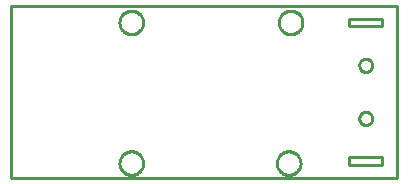
<source format=gbr>
G04 EAGLE Gerber RS-274X export*
G75*
%MOMM*%
%FSLAX34Y34*%
%LPD*%
%IN*%
%IPPOS*%
%AMOC8*
5,1,8,0,0,1.08239X$1,22.5*%
G01*
%ADD10C,0.254000*%


D10*
X-134938Y-65088D02*
X192088Y-65088D01*
X192088Y80963D01*
X-134938Y80963D01*
X-134938Y-65088D01*
X150813Y63500D02*
X179388Y63500D01*
X179388Y69850D01*
X150813Y69850D01*
X150813Y63500D01*
X150813Y-53975D02*
X179388Y-53975D01*
X179388Y-47625D01*
X150813Y-47625D01*
X150813Y-53975D01*
X-23338Y-52824D02*
X-23414Y-53694D01*
X-23565Y-54554D01*
X-23791Y-55397D01*
X-24090Y-56218D01*
X-24459Y-57009D01*
X-24896Y-57766D01*
X-25396Y-58481D01*
X-25958Y-59150D01*
X-26575Y-59767D01*
X-27244Y-60329D01*
X-27959Y-60829D01*
X-28716Y-61266D01*
X-29507Y-61635D01*
X-30328Y-61934D01*
X-31171Y-62160D01*
X-32031Y-62311D01*
X-32901Y-62388D01*
X-33774Y-62388D01*
X-34644Y-62311D01*
X-35504Y-62160D01*
X-36347Y-61934D01*
X-37168Y-61635D01*
X-37959Y-61266D01*
X-38716Y-60829D01*
X-39431Y-60329D01*
X-40100Y-59767D01*
X-40717Y-59150D01*
X-41279Y-58481D01*
X-41779Y-57766D01*
X-42216Y-57009D01*
X-42585Y-56218D01*
X-42884Y-55397D01*
X-43110Y-54554D01*
X-43261Y-53694D01*
X-43338Y-52824D01*
X-43338Y-51951D01*
X-43261Y-51081D01*
X-43110Y-50221D01*
X-42884Y-49378D01*
X-42585Y-48557D01*
X-42216Y-47766D01*
X-41779Y-47009D01*
X-41279Y-46294D01*
X-40717Y-45625D01*
X-40100Y-45008D01*
X-39431Y-44446D01*
X-38716Y-43946D01*
X-37959Y-43509D01*
X-37168Y-43140D01*
X-36347Y-42841D01*
X-35504Y-42615D01*
X-34644Y-42464D01*
X-33774Y-42388D01*
X-32901Y-42388D01*
X-32031Y-42464D01*
X-31171Y-42615D01*
X-30328Y-42841D01*
X-29507Y-43140D01*
X-28716Y-43509D01*
X-27959Y-43946D01*
X-27244Y-44446D01*
X-26575Y-45008D01*
X-25958Y-45625D01*
X-25396Y-46294D01*
X-24896Y-47009D01*
X-24459Y-47766D01*
X-24090Y-48557D01*
X-23791Y-49378D01*
X-23565Y-50221D01*
X-23414Y-51081D01*
X-23338Y-51951D01*
X-23338Y-52824D01*
X-23338Y66238D02*
X-23414Y65369D01*
X-23565Y64509D01*
X-23791Y63665D01*
X-24090Y62845D01*
X-24459Y62053D01*
X-24896Y61297D01*
X-25396Y60582D01*
X-25958Y59913D01*
X-26575Y59295D01*
X-27244Y58734D01*
X-27959Y58233D01*
X-28716Y57796D01*
X-29507Y57427D01*
X-30328Y57129D01*
X-31171Y56903D01*
X-32031Y56751D01*
X-32901Y56675D01*
X-33774Y56675D01*
X-34644Y56751D01*
X-35504Y56903D01*
X-36347Y57129D01*
X-37168Y57427D01*
X-37959Y57796D01*
X-38716Y58233D01*
X-39431Y58734D01*
X-40100Y59295D01*
X-40717Y59913D01*
X-41279Y60582D01*
X-41779Y61297D01*
X-42216Y62053D01*
X-42585Y62845D01*
X-42884Y63665D01*
X-43110Y64509D01*
X-43261Y65369D01*
X-43338Y66238D01*
X-43338Y67112D01*
X-43261Y67982D01*
X-43110Y68841D01*
X-42884Y69685D01*
X-42585Y70505D01*
X-42216Y71297D01*
X-41779Y72053D01*
X-41279Y72768D01*
X-40717Y73437D01*
X-40100Y74055D01*
X-39431Y74616D01*
X-38716Y75117D01*
X-37959Y75554D01*
X-37168Y75923D01*
X-36347Y76221D01*
X-35504Y76447D01*
X-34644Y76599D01*
X-33774Y76675D01*
X-32901Y76675D01*
X-32031Y76599D01*
X-31171Y76447D01*
X-30328Y76221D01*
X-29507Y75923D01*
X-28716Y75554D01*
X-27959Y75117D01*
X-27244Y74616D01*
X-26575Y74055D01*
X-25958Y73437D01*
X-25396Y72768D01*
X-24896Y72053D01*
X-24459Y71297D01*
X-24090Y70505D01*
X-23791Y69685D01*
X-23565Y68841D01*
X-23414Y67982D01*
X-23338Y67112D01*
X-23338Y66238D01*
X111600Y66238D02*
X111524Y65369D01*
X111372Y64509D01*
X111146Y63665D01*
X110848Y62845D01*
X110479Y62053D01*
X110042Y61297D01*
X109541Y60582D01*
X108980Y59913D01*
X108362Y59295D01*
X107693Y58734D01*
X106978Y58233D01*
X106222Y57796D01*
X105430Y57427D01*
X104610Y57129D01*
X103766Y56903D01*
X102907Y56751D01*
X102037Y56675D01*
X101163Y56675D01*
X100294Y56751D01*
X99434Y56903D01*
X98590Y57129D01*
X97770Y57427D01*
X96978Y57796D01*
X96222Y58233D01*
X95507Y58734D01*
X94838Y59295D01*
X94220Y59913D01*
X93659Y60582D01*
X93158Y61297D01*
X92721Y62053D01*
X92352Y62845D01*
X92054Y63665D01*
X91828Y64509D01*
X91676Y65369D01*
X91600Y66238D01*
X91600Y67112D01*
X91676Y67982D01*
X91828Y68841D01*
X92054Y69685D01*
X92352Y70505D01*
X92721Y71297D01*
X93158Y72053D01*
X93659Y72768D01*
X94220Y73437D01*
X94838Y74055D01*
X95507Y74616D01*
X96222Y75117D01*
X96978Y75554D01*
X97770Y75923D01*
X98590Y76221D01*
X99434Y76447D01*
X100294Y76599D01*
X101163Y76675D01*
X102037Y76675D01*
X102907Y76599D01*
X103766Y76447D01*
X104610Y76221D01*
X105430Y75923D01*
X106222Y75554D01*
X106978Y75117D01*
X107693Y74616D01*
X108362Y74055D01*
X108980Y73437D01*
X109541Y72768D01*
X110042Y72053D01*
X110479Y71297D01*
X110848Y70505D01*
X111146Y69685D01*
X111372Y68841D01*
X111524Y67982D01*
X111600Y67112D01*
X111600Y66238D01*
X110013Y-52824D02*
X109936Y-53694D01*
X109785Y-54554D01*
X109559Y-55397D01*
X109260Y-56218D01*
X108891Y-57009D01*
X108454Y-57766D01*
X107954Y-58481D01*
X107392Y-59150D01*
X106775Y-59767D01*
X106106Y-60329D01*
X105391Y-60829D01*
X104634Y-61266D01*
X103843Y-61635D01*
X103022Y-61934D01*
X102179Y-62160D01*
X101319Y-62311D01*
X100449Y-62388D01*
X99576Y-62388D01*
X98706Y-62311D01*
X97846Y-62160D01*
X97003Y-61934D01*
X96182Y-61635D01*
X95391Y-61266D01*
X94634Y-60829D01*
X93919Y-60329D01*
X93250Y-59767D01*
X92633Y-59150D01*
X92071Y-58481D01*
X91571Y-57766D01*
X91134Y-57009D01*
X90765Y-56218D01*
X90466Y-55397D01*
X90240Y-54554D01*
X90089Y-53694D01*
X90013Y-52824D01*
X90013Y-51951D01*
X90089Y-51081D01*
X90240Y-50221D01*
X90466Y-49378D01*
X90765Y-48557D01*
X91134Y-47766D01*
X91571Y-47009D01*
X92071Y-46294D01*
X92633Y-45625D01*
X93250Y-45008D01*
X93919Y-44446D01*
X94634Y-43946D01*
X95391Y-43509D01*
X96182Y-43140D01*
X97003Y-42841D01*
X97846Y-42615D01*
X98706Y-42464D01*
X99576Y-42388D01*
X100449Y-42388D01*
X101319Y-42464D01*
X102179Y-42615D01*
X103022Y-42841D01*
X103843Y-43140D01*
X104634Y-43509D01*
X105391Y-43946D01*
X106106Y-44446D01*
X106775Y-45008D01*
X107392Y-45625D01*
X107954Y-46294D01*
X108454Y-47009D01*
X108891Y-47766D01*
X109260Y-48557D01*
X109559Y-49378D01*
X109785Y-50221D01*
X109936Y-51081D01*
X110013Y-51951D01*
X110013Y-52824D01*
X165546Y35938D02*
X166160Y35868D01*
X166763Y35731D01*
X167346Y35527D01*
X167902Y35259D01*
X168425Y34930D01*
X168908Y34545D01*
X169345Y34108D01*
X169730Y33625D01*
X170059Y33102D01*
X170327Y32546D01*
X170531Y31963D01*
X170668Y31360D01*
X170738Y30746D01*
X170738Y30129D01*
X170668Y29515D01*
X170531Y28913D01*
X170327Y28329D01*
X170059Y27773D01*
X169730Y27250D01*
X169345Y26767D01*
X168908Y26330D01*
X168425Y25945D01*
X167902Y25616D01*
X167346Y25348D01*
X166763Y25144D01*
X166160Y25007D01*
X165546Y24938D01*
X164929Y24938D01*
X164315Y25007D01*
X163713Y25144D01*
X163129Y25348D01*
X162573Y25616D01*
X162050Y25945D01*
X161567Y26330D01*
X161130Y26767D01*
X160745Y27250D01*
X160416Y27773D01*
X160148Y28329D01*
X159944Y28913D01*
X159807Y29515D01*
X159738Y30129D01*
X159738Y30746D01*
X159807Y31360D01*
X159944Y31963D01*
X160148Y32546D01*
X160416Y33102D01*
X160745Y33625D01*
X161130Y34108D01*
X161567Y34545D01*
X162050Y34930D01*
X162573Y35259D01*
X163129Y35527D01*
X163713Y35731D01*
X164315Y35868D01*
X164929Y35938D01*
X165546Y35938D01*
X165546Y-9063D02*
X166160Y-9132D01*
X166763Y-9269D01*
X167346Y-9473D01*
X167902Y-9741D01*
X168425Y-10070D01*
X168908Y-10455D01*
X169345Y-10892D01*
X169730Y-11375D01*
X170059Y-11898D01*
X170327Y-12454D01*
X170531Y-13038D01*
X170668Y-13640D01*
X170738Y-14254D01*
X170738Y-14871D01*
X170668Y-15485D01*
X170531Y-16088D01*
X170327Y-16671D01*
X170059Y-17227D01*
X169730Y-17750D01*
X169345Y-18233D01*
X168908Y-18670D01*
X168425Y-19055D01*
X167902Y-19384D01*
X167346Y-19652D01*
X166763Y-19856D01*
X166160Y-19993D01*
X165546Y-20063D01*
X164929Y-20063D01*
X164315Y-19993D01*
X163713Y-19856D01*
X163129Y-19652D01*
X162573Y-19384D01*
X162050Y-19055D01*
X161567Y-18670D01*
X161130Y-18233D01*
X160745Y-17750D01*
X160416Y-17227D01*
X160148Y-16671D01*
X159944Y-16088D01*
X159807Y-15485D01*
X159738Y-14871D01*
X159738Y-14254D01*
X159807Y-13640D01*
X159944Y-13038D01*
X160148Y-12454D01*
X160416Y-11898D01*
X160745Y-11375D01*
X161130Y-10892D01*
X161567Y-10455D01*
X162050Y-10070D01*
X162573Y-9741D01*
X163129Y-9473D01*
X163713Y-9269D01*
X164315Y-9132D01*
X164929Y-9063D01*
X165546Y-9063D01*
M02*

</source>
